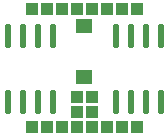
<source format=gbr>
%TF.GenerationSoftware,KiCad,Pcbnew,8.0.1-8.0.1-1~ubuntu22.04.1*%
%TF.CreationDate,2024-03-30T15:26:48+00:00*%
%TF.ProjectId,FES_AO4882,4645535f-414f-4343-9838-322e6b696361,v1.0*%
%TF.SameCoordinates,Original*%
%TF.FileFunction,Soldermask,Bot*%
%TF.FilePolarity,Negative*%
%FSLAX46Y46*%
G04 Gerber Fmt 4.6, Leading zero omitted, Abs format (unit mm)*
G04 Created by KiCad (PCBNEW 8.0.1-8.0.1-1~ubuntu22.04.1) date 2024-03-30 15:26:48*
%MOMM*%
%LPD*%
G01*
G04 APERTURE LIST*
%ADD10R,1.000000X1.000000*%
%ADD11R,1.360000X1.230000*%
%ADD12O,0.590000X2.050000*%
G04 APERTURE END LIST*
D10*
%TO.C,J22*%
X-1905000Y0D03*
%TD*%
%TO.C,J1*%
X-4445000Y10000000D03*
%TD*%
%TO.C,J5*%
X635000Y10000000D03*
%TD*%
%TO.C,J4*%
X-635000Y10000000D03*
%TD*%
%TO.C,J16*%
X635000Y2540000D03*
%TD*%
%TO.C,J11*%
X1905000Y0D03*
%TD*%
%TO.C,J8*%
X4445000Y10000000D03*
%TD*%
%TO.C,J7*%
X3175000Y10000000D03*
%TD*%
%TO.C,J12*%
X635000Y0D03*
%TD*%
%TO.C,J17*%
X635000Y1270000D03*
%TD*%
%TO.C,J14*%
X4445000Y0D03*
%TD*%
%TO.C,J13*%
X3175000Y0D03*
%TD*%
%TO.C,J23*%
X-635000Y0D03*
%TD*%
%TO.C,J2*%
X-3175000Y10000000D03*
%TD*%
%TO.C,J24*%
X-635000Y1270000D03*
%TD*%
%TO.C,J15*%
X-635000Y2540000D03*
%TD*%
%TO.C,J20*%
X-3175000Y0D03*
%TD*%
%TO.C,J6*%
X1905000Y10000000D03*
%TD*%
%TO.C,J3*%
X-1905000Y10000000D03*
%TD*%
%TO.C,J21*%
X-4445000Y0D03*
%TD*%
D11*
%TO.C,SW1*%
X0Y4220000D03*
X0Y8580000D03*
%TD*%
D12*
%TO.C,Q2*%
X-6510000Y7670000D03*
X-5230000Y7670000D03*
X-3970000Y7670000D03*
X-2700000Y7670000D03*
X-2700000Y2130000D03*
X-3970000Y2130000D03*
X-5230000Y2130000D03*
X-6510000Y2130000D03*
%TD*%
%TO.C,Q1*%
X2690000Y7670000D03*
X3970000Y7670000D03*
X5230000Y7670000D03*
X6500000Y7670000D03*
X6500000Y2130000D03*
X5230000Y2130000D03*
X3970000Y2130000D03*
X2690000Y2130000D03*
%TD*%
M02*

</source>
